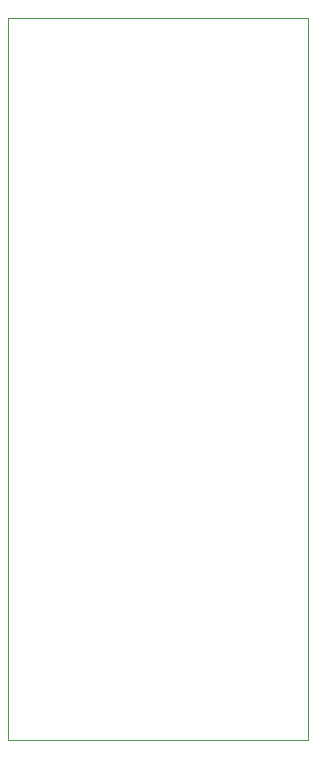
<source format=gm1>
G04 #@! TF.GenerationSoftware,KiCad,Pcbnew,9.0.6*
G04 #@! TF.CreationDate,2026-01-08T14:50:15-06:00*
G04 #@! TF.ProjectId,QFP-48_7x7_P0.5,5146502d-3438-45f3-9778-375f50302e35,rev?*
G04 #@! TF.SameCoordinates,Original*
G04 #@! TF.FileFunction,Profile,NP*
%FSLAX46Y46*%
G04 Gerber Fmt 4.6, Leading zero omitted, Abs format (unit mm)*
G04 Created by KiCad (PCBNEW 9.0.6) date 2026-01-08 14:50:15*
%MOMM*%
%LPD*%
G01*
G04 APERTURE LIST*
G04 #@! TA.AperFunction,Profile*
%ADD10C,0.050000*%
G04 #@! TD*
G04 APERTURE END LIST*
D10*
X125730000Y-90043000D02*
X151130000Y-90043000D01*
X151130000Y-151130000D01*
X125730000Y-151130000D01*
X125730000Y-90043000D01*
M02*

</source>
